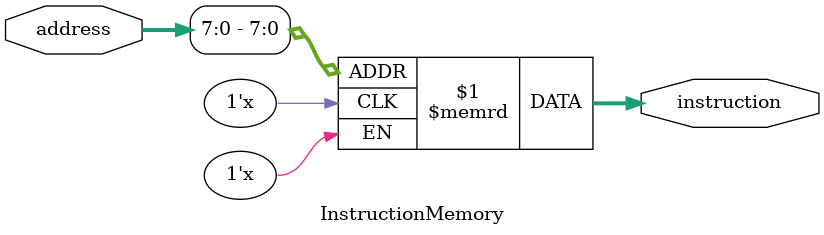
<source format=v>
module InstructionMemory (address, instruction);
    input [31:0] address;
    output [31:0] instruction;

    reg [31:0] memory [0:255];   // Memória de 256 palavras de 32 bits

    assign instruction = memory[address[7:0]];
endmodule

</source>
